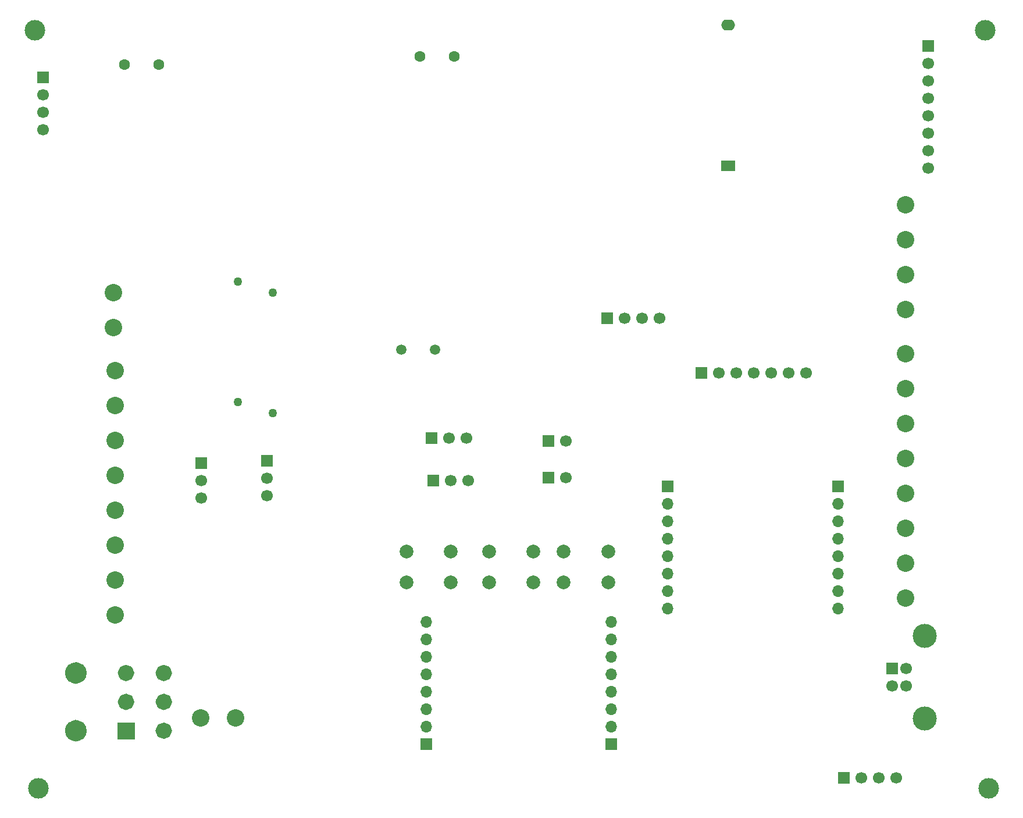
<source format=gbr>
%TF.GenerationSoftware,KiCad,Pcbnew,9.0.1*%
%TF.CreationDate,2025-08-26T10:13:58+03:00*%
%TF.ProjectId,Control_board,436f6e74-726f-46c5-9f62-6f6172642e6b,rev?*%
%TF.SameCoordinates,Original*%
%TF.FileFunction,Soldermask,Bot*%
%TF.FilePolarity,Negative*%
%FSLAX46Y46*%
G04 Gerber Fmt 4.6, Leading zero omitted, Abs format (unit mm)*
G04 Created by KiCad (PCBNEW 9.0.1) date 2025-08-26 10:13:58*
%MOMM*%
%LPD*%
G01*
G04 APERTURE LIST*
%ADD10C,0.010000*%
%ADD11C,1.226200*%
%ADD12C,1.576200*%
%ADD13C,3.500000*%
%ADD14C,1.700000*%
%ADD15R,1.700000X1.700000*%
%ADD16C,1.500000*%
%ADD17C,3.000000*%
%ADD18C,1.270000*%
%ADD19C,2.540000*%
%ADD20C,2.000000*%
%ADD21C,1.600000*%
%ADD22O,1.700000X1.700000*%
%ADD23R,2.000000X1.600000*%
%ADD24O,2.000000X1.600000*%
G04 APERTURE END LIST*
D10*
%TO.C,J6*%
X80509800Y-149173800D02*
X78057400Y-149173800D01*
X78057400Y-146721400D01*
X80509800Y-146721400D01*
X80509800Y-149173800D01*
G36*
X80509800Y-149173800D02*
G01*
X78057400Y-149173800D01*
X78057400Y-146721400D01*
X80509800Y-146721400D01*
X80509800Y-149173800D01*
G37*
D11*
X85396700Y-147947600D02*
G75*
G02*
X84170500Y-147947600I-613100J0D01*
G01*
X84170500Y-147947600D02*
G75*
G02*
X85396700Y-147947600I613100J0D01*
G01*
X85396700Y-143747600D02*
G75*
G02*
X84170500Y-143747600I-613100J0D01*
G01*
X84170500Y-143747600D02*
G75*
G02*
X85396700Y-143747600I613100J0D01*
G01*
X85396700Y-139547600D02*
G75*
G02*
X84170500Y-139547600I-613100J0D01*
G01*
X84170500Y-139547600D02*
G75*
G02*
X85396700Y-139547600I613100J0D01*
G01*
X79896700Y-143747600D02*
G75*
G02*
X78670500Y-143747600I-613100J0D01*
G01*
X78670500Y-143747600D02*
G75*
G02*
X79896700Y-143747600I613100J0D01*
G01*
X79896700Y-139547600D02*
G75*
G02*
X78670500Y-139547600I-613100J0D01*
G01*
X78670500Y-139547600D02*
G75*
G02*
X79896700Y-139547600I613100J0D01*
G01*
D12*
X72771700Y-147947600D02*
G75*
G02*
X71195500Y-147947600I-788100J0D01*
G01*
X71195500Y-147947600D02*
G75*
G02*
X72771700Y-147947600I788100J0D01*
G01*
X72771700Y-139547600D02*
G75*
G02*
X71195500Y-139547600I-788100J0D01*
G01*
X71195500Y-139547600D02*
G75*
G02*
X72771700Y-139547600I788100J0D01*
G01*
%TD*%
D13*
%TO.C,J8*%
X195565600Y-146157200D03*
X195565600Y-134117200D03*
D14*
X192855600Y-138887200D03*
X192855600Y-141387200D03*
X190855600Y-141387200D03*
D15*
X190855600Y-138887200D03*
%TD*%
D16*
%TO.C,Y1*%
X124268400Y-92456000D03*
X119368400Y-92456000D03*
%TD*%
D17*
%TO.C,H1*%
X204339200Y-45974000D03*
%TD*%
%TO.C,H2*%
X204876400Y-156311600D03*
%TD*%
%TO.C,H3*%
X66526400Y-156311600D03*
%TD*%
%TO.C,H4*%
X65989200Y-45974000D03*
%TD*%
%TO.C,J6*%
X71983600Y-147947600D03*
X71983600Y-139547600D03*
%TD*%
D15*
%TO.C,JP3*%
X140817600Y-105816400D03*
D14*
X143357600Y-105816400D03*
%TD*%
D18*
%TO.C,TH1*%
X95581400Y-100114200D03*
X100681400Y-101714200D03*
%TD*%
D15*
%TO.C,JP1*%
X90220800Y-108966000D03*
D14*
X90220800Y-111506000D03*
X90220800Y-114046000D03*
%TD*%
D15*
%TO.C,J1*%
X196037200Y-48260000D03*
D14*
X196037200Y-50800000D03*
X196037200Y-53340000D03*
X196037200Y-55880000D03*
X196037200Y-58420000D03*
X196037200Y-60960000D03*
X196037200Y-63500000D03*
X196037200Y-66040000D03*
%TD*%
D15*
%TO.C,JP6*%
X123799600Y-105359200D03*
D14*
X126339600Y-105359200D03*
X128879600Y-105359200D03*
%TD*%
D15*
%TO.C,JP2*%
X99771200Y-108661200D03*
D14*
X99771200Y-111201200D03*
X99771200Y-113741200D03*
%TD*%
D18*
%TO.C,TH2*%
X95581400Y-82626200D03*
X100681400Y-84226200D03*
%TD*%
D19*
%TO.C,J4*%
X77673200Y-95554800D03*
X77673200Y-100634800D03*
X77673200Y-105714800D03*
X77673200Y-110794800D03*
X77693200Y-115874800D03*
X77693200Y-120954800D03*
X77693200Y-126034800D03*
X77693200Y-131114800D03*
%TD*%
D20*
%TO.C,SW9*%
X143007400Y-121854400D03*
X149507400Y-121854400D03*
X143007400Y-126354400D03*
X149507400Y-126354400D03*
%TD*%
D15*
%TO.C,U9*%
X149301200Y-87884000D03*
D14*
X151841200Y-87884000D03*
X154381200Y-87884000D03*
X156921200Y-87884000D03*
%TD*%
D20*
%TO.C,SW8*%
X132110800Y-121854400D03*
X138610800Y-121854400D03*
X132110800Y-126354400D03*
X138610800Y-126354400D03*
%TD*%
D19*
%TO.C,J3*%
X77466800Y-84176800D03*
X77466800Y-89256800D03*
%TD*%
D20*
%TO.C,SW7*%
X120092400Y-121854400D03*
X126592400Y-121854400D03*
X120092400Y-126354400D03*
X126592400Y-126354400D03*
%TD*%
D19*
%TO.C,J2*%
X192790000Y-86645100D03*
X192790000Y-81565100D03*
X192790000Y-76485100D03*
X192790000Y-71405100D03*
%TD*%
D15*
%TO.C,JP5*%
X124053600Y-111506000D03*
D14*
X126593600Y-111506000D03*
X129133600Y-111506000D03*
%TD*%
D19*
%TO.C,J9*%
X90171300Y-146053200D03*
X95251300Y-146053200D03*
%TD*%
D15*
%TO.C,U11*%
X67183000Y-52882800D03*
D14*
X67183000Y-55422800D03*
X67183000Y-57962800D03*
X67183000Y-60502800D03*
%TD*%
D21*
%TO.C,C2*%
X122072400Y-49807100D03*
X127072400Y-49807100D03*
%TD*%
%TO.C,C3*%
X79095600Y-51026300D03*
X84095600Y-51026300D03*
%TD*%
D15*
%TO.C,J7*%
X183794400Y-154838400D03*
D14*
X186334400Y-154838400D03*
X188874400Y-154838400D03*
X191414400Y-154838400D03*
%TD*%
D19*
%TO.C,J5*%
X192786200Y-128625600D03*
X192786200Y-123545600D03*
X192786200Y-118465600D03*
X192786200Y-113385600D03*
X192766200Y-108305600D03*
X192766200Y-103225600D03*
X192766200Y-98145600D03*
X192766200Y-93065600D03*
%TD*%
D15*
%TO.C,JP4*%
X140761800Y-111150400D03*
D14*
X143301800Y-111150400D03*
%TD*%
D15*
%TO.C,U7*%
X163017200Y-95859600D03*
D14*
X165557200Y-95859600D03*
X168097200Y-95859600D03*
X170637200Y-95859600D03*
X173177200Y-95859600D03*
X175717200Y-95859600D03*
X178257200Y-95859600D03*
%TD*%
D22*
%TO.C,U4*%
X149908400Y-147338400D03*
X149908400Y-144798400D03*
X123008400Y-132098400D03*
X123008400Y-139718400D03*
X123008400Y-137178400D03*
X123008400Y-142258400D03*
X123008400Y-144798400D03*
X149908400Y-137178400D03*
X149908400Y-134638400D03*
X149908400Y-139718400D03*
X123008400Y-134638400D03*
X149908400Y-142258400D03*
D15*
X149908400Y-149878400D03*
D22*
X123008400Y-147338400D03*
D15*
X123008400Y-149878400D03*
D22*
X149908400Y-132098400D03*
%TD*%
D23*
%TO.C,BT1*%
X166979500Y-65717800D03*
D24*
X166979500Y-45217800D03*
%TD*%
D22*
%TO.C,U3*%
X158118100Y-117433000D03*
X182968100Y-127593000D03*
X182968100Y-125053000D03*
X158118100Y-122513000D03*
X158118100Y-125053000D03*
X158118100Y-127593000D03*
X158118100Y-130133000D03*
D15*
X158118100Y-112353000D03*
D22*
X158118100Y-114893000D03*
D15*
X182968100Y-112353000D03*
D22*
X182968100Y-130133000D03*
X182968100Y-119973000D03*
X182968100Y-117433000D03*
X182968100Y-114893000D03*
X158118100Y-119973000D03*
X182968100Y-122513000D03*
%TD*%
M02*

</source>
